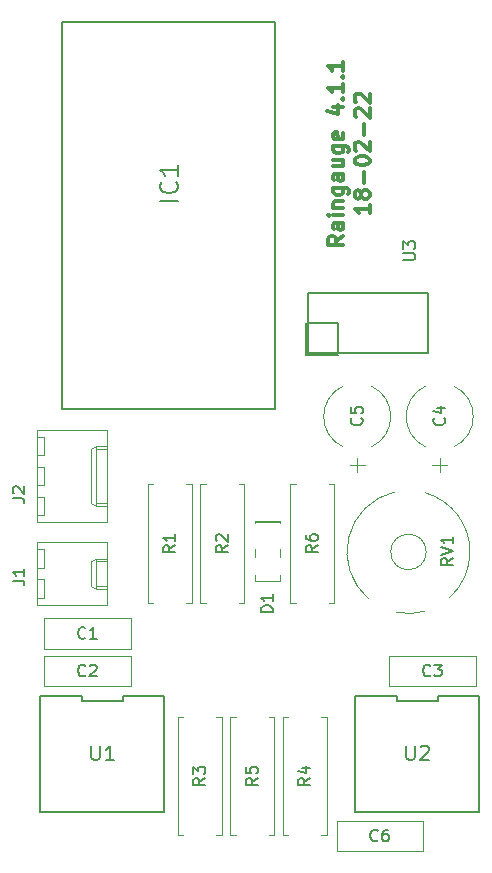
<source format=gbr>
G04 #@! TF.FileFunction,Legend,Top*
%FSLAX46Y46*%
G04 Gerber Fmt 4.6, Leading zero omitted, Abs format (unit mm)*
G04 Created by KiCad (PCBNEW 4.0.7) date Thursday, 03 May 2018 'AMt' 11:39:49*
%MOMM*%
%LPD*%
G01*
G04 APERTURE LIST*
%ADD10C,0.100000*%
%ADD11C,0.300000*%
%ADD12C,0.120000*%
%ADD13C,0.150000*%
%ADD14C,0.160000*%
G04 APERTURE END LIST*
D10*
D11*
X132178095Y-92689284D02*
X131559048Y-93122617D01*
X132178095Y-93432141D02*
X130878095Y-93432141D01*
X130878095Y-92936903D01*
X130940000Y-92813094D01*
X131001905Y-92751189D01*
X131125714Y-92689284D01*
X131311429Y-92689284D01*
X131435238Y-92751189D01*
X131497143Y-92813094D01*
X131559048Y-92936903D01*
X131559048Y-93432141D01*
X132178095Y-91574998D02*
X131497143Y-91574998D01*
X131373333Y-91636903D01*
X131311429Y-91760713D01*
X131311429Y-92008332D01*
X131373333Y-92132141D01*
X132116190Y-91574998D02*
X132178095Y-91698808D01*
X132178095Y-92008332D01*
X132116190Y-92132141D01*
X131992381Y-92194046D01*
X131868571Y-92194046D01*
X131744762Y-92132141D01*
X131682857Y-92008332D01*
X131682857Y-91698808D01*
X131620952Y-91574998D01*
X132178095Y-90955951D02*
X131311429Y-90955951D01*
X130878095Y-90955951D02*
X130940000Y-91017856D01*
X131001905Y-90955951D01*
X130940000Y-90894046D01*
X130878095Y-90955951D01*
X131001905Y-90955951D01*
X131311429Y-90336903D02*
X132178095Y-90336903D01*
X131435238Y-90336903D02*
X131373333Y-90274998D01*
X131311429Y-90151189D01*
X131311429Y-89965475D01*
X131373333Y-89841665D01*
X131497143Y-89779760D01*
X132178095Y-89779760D01*
X131311429Y-88603570D02*
X132363810Y-88603570D01*
X132487619Y-88665475D01*
X132549524Y-88727380D01*
X132611429Y-88851189D01*
X132611429Y-89036904D01*
X132549524Y-89160713D01*
X132116190Y-88603570D02*
X132178095Y-88727380D01*
X132178095Y-88974999D01*
X132116190Y-89098808D01*
X132054286Y-89160713D01*
X131930476Y-89222618D01*
X131559048Y-89222618D01*
X131435238Y-89160713D01*
X131373333Y-89098808D01*
X131311429Y-88974999D01*
X131311429Y-88727380D01*
X131373333Y-88603570D01*
X132178095Y-87427380D02*
X131497143Y-87427380D01*
X131373333Y-87489285D01*
X131311429Y-87613095D01*
X131311429Y-87860714D01*
X131373333Y-87984523D01*
X132116190Y-87427380D02*
X132178095Y-87551190D01*
X132178095Y-87860714D01*
X132116190Y-87984523D01*
X131992381Y-88046428D01*
X131868571Y-88046428D01*
X131744762Y-87984523D01*
X131682857Y-87860714D01*
X131682857Y-87551190D01*
X131620952Y-87427380D01*
X131311429Y-86251190D02*
X132178095Y-86251190D01*
X131311429Y-86808333D02*
X131992381Y-86808333D01*
X132116190Y-86746428D01*
X132178095Y-86622619D01*
X132178095Y-86436905D01*
X132116190Y-86313095D01*
X132054286Y-86251190D01*
X131311429Y-85075000D02*
X132363810Y-85075000D01*
X132487619Y-85136905D01*
X132549524Y-85198810D01*
X132611429Y-85322619D01*
X132611429Y-85508334D01*
X132549524Y-85632143D01*
X132116190Y-85075000D02*
X132178095Y-85198810D01*
X132178095Y-85446429D01*
X132116190Y-85570238D01*
X132054286Y-85632143D01*
X131930476Y-85694048D01*
X131559048Y-85694048D01*
X131435238Y-85632143D01*
X131373333Y-85570238D01*
X131311429Y-85446429D01*
X131311429Y-85198810D01*
X131373333Y-85075000D01*
X132116190Y-83960715D02*
X132178095Y-84084525D01*
X132178095Y-84332144D01*
X132116190Y-84455953D01*
X131992381Y-84517858D01*
X131497143Y-84517858D01*
X131373333Y-84455953D01*
X131311429Y-84332144D01*
X131311429Y-84084525D01*
X131373333Y-83960715D01*
X131497143Y-83898810D01*
X131620952Y-83898810D01*
X131744762Y-84517858D01*
X131311429Y-81794048D02*
X132178095Y-81794048D01*
X130816190Y-82103572D02*
X131744762Y-82413096D01*
X131744762Y-81608334D01*
X132054286Y-81113096D02*
X132116190Y-81051191D01*
X132178095Y-81113096D01*
X132116190Y-81175001D01*
X132054286Y-81113096D01*
X132178095Y-81113096D01*
X132178095Y-79813096D02*
X132178095Y-80555953D01*
X132178095Y-80184524D02*
X130878095Y-80184524D01*
X131063810Y-80308334D01*
X131187619Y-80432143D01*
X131249524Y-80555953D01*
X132054286Y-79255953D02*
X132116190Y-79194048D01*
X132178095Y-79255953D01*
X132116190Y-79317858D01*
X132054286Y-79255953D01*
X132178095Y-79255953D01*
X132178095Y-77955953D02*
X132178095Y-78698810D01*
X132178095Y-78327381D02*
X130878095Y-78327381D01*
X131063810Y-78451191D01*
X131187619Y-78575000D01*
X131249524Y-78698810D01*
X134428095Y-90058333D02*
X134428095Y-90801190D01*
X134428095Y-90429761D02*
X133128095Y-90429761D01*
X133313810Y-90553571D01*
X133437619Y-90677380D01*
X133499524Y-90801190D01*
X133685238Y-89315476D02*
X133623333Y-89439285D01*
X133561429Y-89501190D01*
X133437619Y-89563095D01*
X133375714Y-89563095D01*
X133251905Y-89501190D01*
X133190000Y-89439285D01*
X133128095Y-89315476D01*
X133128095Y-89067857D01*
X133190000Y-88944047D01*
X133251905Y-88882143D01*
X133375714Y-88820238D01*
X133437619Y-88820238D01*
X133561429Y-88882143D01*
X133623333Y-88944047D01*
X133685238Y-89067857D01*
X133685238Y-89315476D01*
X133747143Y-89439285D01*
X133809048Y-89501190D01*
X133932857Y-89563095D01*
X134180476Y-89563095D01*
X134304286Y-89501190D01*
X134366190Y-89439285D01*
X134428095Y-89315476D01*
X134428095Y-89067857D01*
X134366190Y-88944047D01*
X134304286Y-88882143D01*
X134180476Y-88820238D01*
X133932857Y-88820238D01*
X133809048Y-88882143D01*
X133747143Y-88944047D01*
X133685238Y-89067857D01*
X133932857Y-88263095D02*
X133932857Y-87272619D01*
X133128095Y-86405952D02*
X133128095Y-86282143D01*
X133190000Y-86158333D01*
X133251905Y-86096428D01*
X133375714Y-86034524D01*
X133623333Y-85972619D01*
X133932857Y-85972619D01*
X134180476Y-86034524D01*
X134304286Y-86096428D01*
X134366190Y-86158333D01*
X134428095Y-86282143D01*
X134428095Y-86405952D01*
X134366190Y-86529762D01*
X134304286Y-86591666D01*
X134180476Y-86653571D01*
X133932857Y-86715476D01*
X133623333Y-86715476D01*
X133375714Y-86653571D01*
X133251905Y-86591666D01*
X133190000Y-86529762D01*
X133128095Y-86405952D01*
X133251905Y-85477381D02*
X133190000Y-85415476D01*
X133128095Y-85291667D01*
X133128095Y-84982143D01*
X133190000Y-84858333D01*
X133251905Y-84796429D01*
X133375714Y-84734524D01*
X133499524Y-84734524D01*
X133685238Y-84796429D01*
X134428095Y-85539286D01*
X134428095Y-84734524D01*
X133932857Y-84177381D02*
X133932857Y-83186905D01*
X133251905Y-82629762D02*
X133190000Y-82567857D01*
X133128095Y-82444048D01*
X133128095Y-82134524D01*
X133190000Y-82010714D01*
X133251905Y-81948810D01*
X133375714Y-81886905D01*
X133499524Y-81886905D01*
X133685238Y-81948810D01*
X134428095Y-82691667D01*
X134428095Y-81886905D01*
X133251905Y-81391667D02*
X133190000Y-81329762D01*
X133128095Y-81205953D01*
X133128095Y-80896429D01*
X133190000Y-80772619D01*
X133251905Y-80710715D01*
X133375714Y-80648810D01*
X133499524Y-80648810D01*
X133685238Y-80710715D01*
X134428095Y-81453572D01*
X134428095Y-80648810D01*
D12*
X114190000Y-127675000D02*
X106870000Y-127675000D01*
X114190000Y-125055000D02*
X106870000Y-125055000D01*
X114190000Y-127675000D02*
X114190000Y-125055000D01*
X106870000Y-127675000D02*
X106870000Y-125055000D01*
X114190000Y-130850000D02*
X106870000Y-130850000D01*
X114190000Y-128230000D02*
X106870000Y-128230000D01*
X114190000Y-130850000D02*
X114190000Y-128230000D01*
X106870000Y-130850000D02*
X106870000Y-128230000D01*
X143400000Y-130850000D02*
X136080000Y-130850000D01*
X143400000Y-128230000D02*
X136080000Y-128230000D01*
X143400000Y-130850000D02*
X143400000Y-128230000D01*
X136080000Y-130850000D02*
X136080000Y-128230000D01*
X139155033Y-105406731D02*
G75*
G03X139155000Y-110573254I1179967J-2583269D01*
G01*
X141514967Y-105406731D02*
G75*
G02X141515000Y-110573254I-1179967J-2583269D01*
G01*
X140335000Y-112690000D02*
X140335000Y-111490000D01*
X139685000Y-112090000D02*
X140985000Y-112090000D01*
X132170033Y-105406731D02*
G75*
G03X132170000Y-110573254I1179967J-2583269D01*
G01*
X134529967Y-105406731D02*
G75*
G02X134530000Y-110573254I-1179967J-2583269D01*
G01*
X133350000Y-112690000D02*
X133350000Y-111490000D01*
X132700000Y-112090000D02*
X134000000Y-112090000D01*
X138955000Y-144820000D02*
X131635000Y-144820000D01*
X138955000Y-142200000D02*
X131635000Y-142200000D01*
X138955000Y-144820000D02*
X138955000Y-142200000D01*
X131635000Y-144820000D02*
X131635000Y-142200000D01*
X126790000Y-116820000D02*
X126790000Y-117030000D01*
X126790000Y-119190000D02*
X126790000Y-119921000D01*
X126790000Y-121380000D02*
X126790000Y-121940000D01*
X124670000Y-116820000D02*
X124670000Y-117030000D01*
X124670000Y-119190000D02*
X124670000Y-119921000D01*
X124670000Y-121380000D02*
X124670000Y-121940000D01*
X126790000Y-116820000D02*
X124670000Y-116820000D01*
X126790000Y-121940000D02*
X124670000Y-121940000D01*
X126790000Y-116940000D02*
X124670000Y-116940000D01*
X118855000Y-113735000D02*
X119335000Y-113735000D01*
X119335000Y-113735000D02*
X119335000Y-123755000D01*
X119335000Y-123755000D02*
X118855000Y-123755000D01*
X116095000Y-113735000D02*
X115615000Y-113735000D01*
X115615000Y-113735000D02*
X115615000Y-123755000D01*
X115615000Y-123755000D02*
X116095000Y-123755000D01*
X123300000Y-113735000D02*
X123780000Y-113735000D01*
X123780000Y-113735000D02*
X123780000Y-123755000D01*
X123780000Y-123755000D02*
X123300000Y-123755000D01*
X120540000Y-113735000D02*
X120060000Y-113735000D01*
X120060000Y-113735000D02*
X120060000Y-123755000D01*
X120060000Y-123755000D02*
X120540000Y-123755000D01*
X118635000Y-143440000D02*
X118155000Y-143440000D01*
X118155000Y-143440000D02*
X118155000Y-133420000D01*
X118155000Y-133420000D02*
X118635000Y-133420000D01*
X121395000Y-143440000D02*
X121875000Y-143440000D01*
X121875000Y-143440000D02*
X121875000Y-133420000D01*
X121875000Y-133420000D02*
X121395000Y-133420000D01*
X130285000Y-133420000D02*
X130765000Y-133420000D01*
X130765000Y-133420000D02*
X130765000Y-143440000D01*
X130765000Y-143440000D02*
X130285000Y-143440000D01*
X127525000Y-133420000D02*
X127045000Y-133420000D01*
X127045000Y-133420000D02*
X127045000Y-143440000D01*
X127045000Y-143440000D02*
X127525000Y-143440000D01*
X123080000Y-143440000D02*
X122600000Y-143440000D01*
X122600000Y-143440000D02*
X122600000Y-133420000D01*
X122600000Y-133420000D02*
X123080000Y-133420000D01*
X125840000Y-143440000D02*
X126320000Y-143440000D01*
X126320000Y-143440000D02*
X126320000Y-133420000D01*
X126320000Y-133420000D02*
X125840000Y-133420000D01*
X130920000Y-113735000D02*
X131400000Y-113735000D01*
X131400000Y-113735000D02*
X131400000Y-123755000D01*
X131400000Y-123755000D02*
X130920000Y-123755000D01*
X128160000Y-113735000D02*
X127680000Y-113735000D01*
X127680000Y-113735000D02*
X127680000Y-123755000D01*
X127680000Y-123755000D02*
X128160000Y-123755000D01*
X139121071Y-114451827D02*
G75*
G02X142895000Y-119460000I-1436071J-5008173D01*
G01*
X134335053Y-123450617D02*
G75*
G02X136514000Y-114383000I3349947J3990617D01*
G01*
X139033867Y-124493072D02*
G75*
G02X136691000Y-124575000I-1348867J5033072D01*
G01*
X142894257Y-119369343D02*
G75*
G02X141171000Y-123332000I-5209257J-90657D01*
G01*
X139185000Y-119460000D02*
G75*
G03X139185000Y-119460000I-1500000J0D01*
G01*
D13*
X106500000Y-131615000D02*
X106500000Y-141435000D01*
X106500000Y-141435000D02*
X117020000Y-141435000D01*
X117020000Y-141435000D02*
X117020000Y-131615000D01*
X117020000Y-131615000D02*
X113513333Y-131615000D01*
X113513333Y-131615000D02*
X113513333Y-132065000D01*
X113513333Y-132065000D02*
X110006667Y-132065000D01*
X110006667Y-132065000D02*
X110006667Y-131615000D01*
X110006667Y-131615000D02*
X106500000Y-131615000D01*
X133170000Y-131615000D02*
X133170000Y-141435000D01*
X133170000Y-141435000D02*
X143690000Y-141435000D01*
X143690000Y-141435000D02*
X143690000Y-131615000D01*
X143690000Y-131615000D02*
X140183333Y-131615000D01*
X140183333Y-131615000D02*
X140183333Y-132065000D01*
X140183333Y-132065000D02*
X136676667Y-132065000D01*
X136676667Y-132065000D02*
X136676667Y-131615000D01*
X136676667Y-131615000D02*
X133170000Y-131615000D01*
X131699000Y-102743000D02*
X129032000Y-102743000D01*
X129032000Y-102743000D02*
X129032000Y-100076000D01*
X136779000Y-102616000D02*
X139319000Y-102616000D01*
X139319000Y-102616000D02*
X139319000Y-100076000D01*
X131699000Y-102616000D02*
X131699000Y-100076000D01*
X131699000Y-100076000D02*
X129159000Y-100076000D01*
X136779000Y-102616000D02*
X129159000Y-102616000D01*
X129159000Y-102616000D02*
X129159000Y-97536000D01*
X129159000Y-97536000D02*
X139319000Y-97536000D01*
X139319000Y-97536000D02*
X139319000Y-100076000D01*
X108331000Y-107315000D02*
X126365000Y-107315000D01*
X126365000Y-74549000D02*
X108331000Y-74549000D01*
X108331000Y-107315000D02*
X108331000Y-74549000D01*
X126365000Y-74549000D02*
X126365000Y-107315000D01*
D12*
X106200000Y-116940000D02*
X112200000Y-116940000D01*
X112200000Y-116940000D02*
X112200000Y-109120000D01*
X112200000Y-109120000D02*
X106200000Y-109120000D01*
X106200000Y-109120000D02*
X106200000Y-116940000D01*
X112200000Y-115570000D02*
X111200000Y-115570000D01*
X111200000Y-115570000D02*
X111200000Y-110490000D01*
X111200000Y-110490000D02*
X112200000Y-110490000D01*
X111200000Y-115570000D02*
X110770000Y-115320000D01*
X110770000Y-115320000D02*
X110770000Y-110740000D01*
X110770000Y-110740000D02*
X111200000Y-110490000D01*
X112200000Y-115320000D02*
X111200000Y-115320000D01*
X112200000Y-110740000D02*
X111200000Y-110740000D01*
X106200000Y-116370000D02*
X106820000Y-116370000D01*
X106820000Y-116370000D02*
X106820000Y-114770000D01*
X106820000Y-114770000D02*
X106200000Y-114770000D01*
X106200000Y-113830000D02*
X106820000Y-113830000D01*
X106820000Y-113830000D02*
X106820000Y-112230000D01*
X106820000Y-112230000D02*
X106200000Y-112230000D01*
X106200000Y-111290000D02*
X106820000Y-111290000D01*
X106820000Y-111290000D02*
X106820000Y-109690000D01*
X106820000Y-109690000D02*
X106200000Y-109690000D01*
X106200000Y-123925000D02*
X112200000Y-123925000D01*
X112200000Y-123925000D02*
X112200000Y-118645000D01*
X112200000Y-118645000D02*
X106200000Y-118645000D01*
X106200000Y-118645000D02*
X106200000Y-123925000D01*
X112200000Y-122555000D02*
X111200000Y-122555000D01*
X111200000Y-122555000D02*
X111200000Y-120015000D01*
X111200000Y-120015000D02*
X112200000Y-120015000D01*
X111200000Y-122555000D02*
X110770000Y-122305000D01*
X110770000Y-122305000D02*
X110770000Y-120265000D01*
X110770000Y-120265000D02*
X111200000Y-120015000D01*
X112200000Y-122305000D02*
X111200000Y-122305000D01*
X112200000Y-120265000D02*
X111200000Y-120265000D01*
X106200000Y-123355000D02*
X106820000Y-123355000D01*
X106820000Y-123355000D02*
X106820000Y-121755000D01*
X106820000Y-121755000D02*
X106200000Y-121755000D01*
X106200000Y-120815000D02*
X106820000Y-120815000D01*
X106820000Y-120815000D02*
X106820000Y-119215000D01*
X106820000Y-119215000D02*
X106200000Y-119215000D01*
D13*
X110323334Y-126722143D02*
X110275715Y-126769762D01*
X110132858Y-126817381D01*
X110037620Y-126817381D01*
X109894762Y-126769762D01*
X109799524Y-126674524D01*
X109751905Y-126579286D01*
X109704286Y-126388810D01*
X109704286Y-126245952D01*
X109751905Y-126055476D01*
X109799524Y-125960238D01*
X109894762Y-125865000D01*
X110037620Y-125817381D01*
X110132858Y-125817381D01*
X110275715Y-125865000D01*
X110323334Y-125912619D01*
X111275715Y-126817381D02*
X110704286Y-126817381D01*
X110990000Y-126817381D02*
X110990000Y-125817381D01*
X110894762Y-125960238D01*
X110799524Y-126055476D01*
X110704286Y-126103095D01*
X110323334Y-129897143D02*
X110275715Y-129944762D01*
X110132858Y-129992381D01*
X110037620Y-129992381D01*
X109894762Y-129944762D01*
X109799524Y-129849524D01*
X109751905Y-129754286D01*
X109704286Y-129563810D01*
X109704286Y-129420952D01*
X109751905Y-129230476D01*
X109799524Y-129135238D01*
X109894762Y-129040000D01*
X110037620Y-128992381D01*
X110132858Y-128992381D01*
X110275715Y-129040000D01*
X110323334Y-129087619D01*
X110704286Y-129087619D02*
X110751905Y-129040000D01*
X110847143Y-128992381D01*
X111085239Y-128992381D01*
X111180477Y-129040000D01*
X111228096Y-129087619D01*
X111275715Y-129182857D01*
X111275715Y-129278095D01*
X111228096Y-129420952D01*
X110656667Y-129992381D01*
X111275715Y-129992381D01*
X139533334Y-129897143D02*
X139485715Y-129944762D01*
X139342858Y-129992381D01*
X139247620Y-129992381D01*
X139104762Y-129944762D01*
X139009524Y-129849524D01*
X138961905Y-129754286D01*
X138914286Y-129563810D01*
X138914286Y-129420952D01*
X138961905Y-129230476D01*
X139009524Y-129135238D01*
X139104762Y-129040000D01*
X139247620Y-128992381D01*
X139342858Y-128992381D01*
X139485715Y-129040000D01*
X139533334Y-129087619D01*
X139866667Y-128992381D02*
X140485715Y-128992381D01*
X140152381Y-129373333D01*
X140295239Y-129373333D01*
X140390477Y-129420952D01*
X140438096Y-129468571D01*
X140485715Y-129563810D01*
X140485715Y-129801905D01*
X140438096Y-129897143D01*
X140390477Y-129944762D01*
X140295239Y-129992381D01*
X140009524Y-129992381D01*
X139914286Y-129944762D01*
X139866667Y-129897143D01*
X140692143Y-108116666D02*
X140739762Y-108164285D01*
X140787381Y-108307142D01*
X140787381Y-108402380D01*
X140739762Y-108545238D01*
X140644524Y-108640476D01*
X140549286Y-108688095D01*
X140358810Y-108735714D01*
X140215952Y-108735714D01*
X140025476Y-108688095D01*
X139930238Y-108640476D01*
X139835000Y-108545238D01*
X139787381Y-108402380D01*
X139787381Y-108307142D01*
X139835000Y-108164285D01*
X139882619Y-108116666D01*
X140120714Y-107259523D02*
X140787381Y-107259523D01*
X139739762Y-107497619D02*
X140454048Y-107735714D01*
X140454048Y-107116666D01*
X133707143Y-108116666D02*
X133754762Y-108164285D01*
X133802381Y-108307142D01*
X133802381Y-108402380D01*
X133754762Y-108545238D01*
X133659524Y-108640476D01*
X133564286Y-108688095D01*
X133373810Y-108735714D01*
X133230952Y-108735714D01*
X133040476Y-108688095D01*
X132945238Y-108640476D01*
X132850000Y-108545238D01*
X132802381Y-108402380D01*
X132802381Y-108307142D01*
X132850000Y-108164285D01*
X132897619Y-108116666D01*
X132802381Y-107211904D02*
X132802381Y-107688095D01*
X133278571Y-107735714D01*
X133230952Y-107688095D01*
X133183333Y-107592857D01*
X133183333Y-107354761D01*
X133230952Y-107259523D01*
X133278571Y-107211904D01*
X133373810Y-107164285D01*
X133611905Y-107164285D01*
X133707143Y-107211904D01*
X133754762Y-107259523D01*
X133802381Y-107354761D01*
X133802381Y-107592857D01*
X133754762Y-107688095D01*
X133707143Y-107735714D01*
X135088334Y-143867143D02*
X135040715Y-143914762D01*
X134897858Y-143962381D01*
X134802620Y-143962381D01*
X134659762Y-143914762D01*
X134564524Y-143819524D01*
X134516905Y-143724286D01*
X134469286Y-143533810D01*
X134469286Y-143390952D01*
X134516905Y-143200476D01*
X134564524Y-143105238D01*
X134659762Y-143010000D01*
X134802620Y-142962381D01*
X134897858Y-142962381D01*
X135040715Y-143010000D01*
X135088334Y-143057619D01*
X135945477Y-142962381D02*
X135755000Y-142962381D01*
X135659762Y-143010000D01*
X135612143Y-143057619D01*
X135516905Y-143200476D01*
X135469286Y-143390952D01*
X135469286Y-143771905D01*
X135516905Y-143867143D01*
X135564524Y-143914762D01*
X135659762Y-143962381D01*
X135850239Y-143962381D01*
X135945477Y-143914762D01*
X135993096Y-143867143D01*
X136040715Y-143771905D01*
X136040715Y-143533810D01*
X135993096Y-143438571D01*
X135945477Y-143390952D01*
X135850239Y-143343333D01*
X135659762Y-143343333D01*
X135564524Y-143390952D01*
X135516905Y-143438571D01*
X135469286Y-143533810D01*
X126182381Y-124563095D02*
X125182381Y-124563095D01*
X125182381Y-124325000D01*
X125230000Y-124182142D01*
X125325238Y-124086904D01*
X125420476Y-124039285D01*
X125610952Y-123991666D01*
X125753810Y-123991666D01*
X125944286Y-124039285D01*
X126039524Y-124086904D01*
X126134762Y-124182142D01*
X126182381Y-124325000D01*
X126182381Y-124563095D01*
X126182381Y-123039285D02*
X126182381Y-123610714D01*
X126182381Y-123325000D02*
X125182381Y-123325000D01*
X125325238Y-123420238D01*
X125420476Y-123515476D01*
X125468095Y-123610714D01*
X117927381Y-118911666D02*
X117451190Y-119245000D01*
X117927381Y-119483095D02*
X116927381Y-119483095D01*
X116927381Y-119102142D01*
X116975000Y-119006904D01*
X117022619Y-118959285D01*
X117117857Y-118911666D01*
X117260714Y-118911666D01*
X117355952Y-118959285D01*
X117403571Y-119006904D01*
X117451190Y-119102142D01*
X117451190Y-119483095D01*
X117927381Y-117959285D02*
X117927381Y-118530714D01*
X117927381Y-118245000D02*
X116927381Y-118245000D01*
X117070238Y-118340238D01*
X117165476Y-118435476D01*
X117213095Y-118530714D01*
X122372381Y-118911666D02*
X121896190Y-119245000D01*
X122372381Y-119483095D02*
X121372381Y-119483095D01*
X121372381Y-119102142D01*
X121420000Y-119006904D01*
X121467619Y-118959285D01*
X121562857Y-118911666D01*
X121705714Y-118911666D01*
X121800952Y-118959285D01*
X121848571Y-119006904D01*
X121896190Y-119102142D01*
X121896190Y-119483095D01*
X121467619Y-118530714D02*
X121420000Y-118483095D01*
X121372381Y-118387857D01*
X121372381Y-118149761D01*
X121420000Y-118054523D01*
X121467619Y-118006904D01*
X121562857Y-117959285D01*
X121658095Y-117959285D01*
X121800952Y-118006904D01*
X122372381Y-118578333D01*
X122372381Y-117959285D01*
X120467381Y-138596666D02*
X119991190Y-138930000D01*
X120467381Y-139168095D02*
X119467381Y-139168095D01*
X119467381Y-138787142D01*
X119515000Y-138691904D01*
X119562619Y-138644285D01*
X119657857Y-138596666D01*
X119800714Y-138596666D01*
X119895952Y-138644285D01*
X119943571Y-138691904D01*
X119991190Y-138787142D01*
X119991190Y-139168095D01*
X119467381Y-138263333D02*
X119467381Y-137644285D01*
X119848333Y-137977619D01*
X119848333Y-137834761D01*
X119895952Y-137739523D01*
X119943571Y-137691904D01*
X120038810Y-137644285D01*
X120276905Y-137644285D01*
X120372143Y-137691904D01*
X120419762Y-137739523D01*
X120467381Y-137834761D01*
X120467381Y-138120476D01*
X120419762Y-138215714D01*
X120372143Y-138263333D01*
X129357381Y-138596666D02*
X128881190Y-138930000D01*
X129357381Y-139168095D02*
X128357381Y-139168095D01*
X128357381Y-138787142D01*
X128405000Y-138691904D01*
X128452619Y-138644285D01*
X128547857Y-138596666D01*
X128690714Y-138596666D01*
X128785952Y-138644285D01*
X128833571Y-138691904D01*
X128881190Y-138787142D01*
X128881190Y-139168095D01*
X128690714Y-137739523D02*
X129357381Y-137739523D01*
X128309762Y-137977619D02*
X129024048Y-138215714D01*
X129024048Y-137596666D01*
X124912381Y-138596666D02*
X124436190Y-138930000D01*
X124912381Y-139168095D02*
X123912381Y-139168095D01*
X123912381Y-138787142D01*
X123960000Y-138691904D01*
X124007619Y-138644285D01*
X124102857Y-138596666D01*
X124245714Y-138596666D01*
X124340952Y-138644285D01*
X124388571Y-138691904D01*
X124436190Y-138787142D01*
X124436190Y-139168095D01*
X123912381Y-137691904D02*
X123912381Y-138168095D01*
X124388571Y-138215714D01*
X124340952Y-138168095D01*
X124293333Y-138072857D01*
X124293333Y-137834761D01*
X124340952Y-137739523D01*
X124388571Y-137691904D01*
X124483810Y-137644285D01*
X124721905Y-137644285D01*
X124817143Y-137691904D01*
X124864762Y-137739523D01*
X124912381Y-137834761D01*
X124912381Y-138072857D01*
X124864762Y-138168095D01*
X124817143Y-138215714D01*
X129992381Y-118911666D02*
X129516190Y-119245000D01*
X129992381Y-119483095D02*
X128992381Y-119483095D01*
X128992381Y-119102142D01*
X129040000Y-119006904D01*
X129087619Y-118959285D01*
X129182857Y-118911666D01*
X129325714Y-118911666D01*
X129420952Y-118959285D01*
X129468571Y-119006904D01*
X129516190Y-119102142D01*
X129516190Y-119483095D01*
X128992381Y-118054523D02*
X128992381Y-118245000D01*
X129040000Y-118340238D01*
X129087619Y-118387857D01*
X129230476Y-118483095D01*
X129420952Y-118530714D01*
X129801905Y-118530714D01*
X129897143Y-118483095D01*
X129944762Y-118435476D01*
X129992381Y-118340238D01*
X129992381Y-118149761D01*
X129944762Y-118054523D01*
X129897143Y-118006904D01*
X129801905Y-117959285D01*
X129563810Y-117959285D01*
X129468571Y-118006904D01*
X129420952Y-118054523D01*
X129373333Y-118149761D01*
X129373333Y-118340238D01*
X129420952Y-118435476D01*
X129468571Y-118483095D01*
X129563810Y-118530714D01*
X141422381Y-119975238D02*
X140946190Y-120308572D01*
X141422381Y-120546667D02*
X140422381Y-120546667D01*
X140422381Y-120165714D01*
X140470000Y-120070476D01*
X140517619Y-120022857D01*
X140612857Y-119975238D01*
X140755714Y-119975238D01*
X140850952Y-120022857D01*
X140898571Y-120070476D01*
X140946190Y-120165714D01*
X140946190Y-120546667D01*
X140422381Y-119689524D02*
X141422381Y-119356191D01*
X140422381Y-119022857D01*
X141422381Y-118165714D02*
X141422381Y-118737143D01*
X141422381Y-118451429D02*
X140422381Y-118451429D01*
X140565238Y-118546667D01*
X140660476Y-118641905D01*
X140708095Y-118737143D01*
X110845714Y-135867857D02*
X110845714Y-136839286D01*
X110902857Y-136953571D01*
X110960000Y-137010714D01*
X111074286Y-137067857D01*
X111302857Y-137067857D01*
X111417143Y-137010714D01*
X111474286Y-136953571D01*
X111531429Y-136839286D01*
X111531429Y-135867857D01*
X112731429Y-137067857D02*
X112045714Y-137067857D01*
X112388572Y-137067857D02*
X112388572Y-135867857D01*
X112274286Y-136039286D01*
X112160000Y-136153571D01*
X112045714Y-136210714D01*
X137515714Y-135867857D02*
X137515714Y-136839286D01*
X137572857Y-136953571D01*
X137630000Y-137010714D01*
X137744286Y-137067857D01*
X137972857Y-137067857D01*
X138087143Y-137010714D01*
X138144286Y-136953571D01*
X138201429Y-136839286D01*
X138201429Y-135867857D01*
X138715714Y-135982143D02*
X138772857Y-135925000D01*
X138887143Y-135867857D01*
X139172857Y-135867857D01*
X139287143Y-135925000D01*
X139344286Y-135982143D01*
X139401429Y-136096429D01*
X139401429Y-136210714D01*
X139344286Y-136382143D01*
X138658572Y-137067857D01*
X139401429Y-137067857D01*
D14*
X137247381Y-94741905D02*
X138056905Y-94741905D01*
X138152143Y-94694286D01*
X138199762Y-94646667D01*
X138247381Y-94551429D01*
X138247381Y-94360952D01*
X138199762Y-94265714D01*
X138152143Y-94218095D01*
X138056905Y-94170476D01*
X137247381Y-94170476D01*
X137247381Y-93789524D02*
X137247381Y-93170476D01*
X137628333Y-93503810D01*
X137628333Y-93360952D01*
X137675952Y-93265714D01*
X137723571Y-93218095D01*
X137818810Y-93170476D01*
X138056905Y-93170476D01*
X138152143Y-93218095D01*
X138199762Y-93265714D01*
X138247381Y-93360952D01*
X138247381Y-93646667D01*
X138199762Y-93741905D01*
X138152143Y-93789524D01*
X118153571Y-89729285D02*
X116653571Y-89729285D01*
X118010714Y-88157856D02*
X118082143Y-88229285D01*
X118153571Y-88443571D01*
X118153571Y-88586428D01*
X118082143Y-88800713D01*
X117939286Y-88943571D01*
X117796429Y-89014999D01*
X117510714Y-89086428D01*
X117296429Y-89086428D01*
X117010714Y-89014999D01*
X116867857Y-88943571D01*
X116725000Y-88800713D01*
X116653571Y-88586428D01*
X116653571Y-88443571D01*
X116725000Y-88229285D01*
X116796429Y-88157856D01*
X118153571Y-86729285D02*
X118153571Y-87586428D01*
X118153571Y-87157856D02*
X116653571Y-87157856D01*
X116867857Y-87300713D01*
X117010714Y-87443571D01*
X117082143Y-87586428D01*
D13*
X104172381Y-114903333D02*
X104886667Y-114903333D01*
X105029524Y-114950953D01*
X105124762Y-115046191D01*
X105172381Y-115189048D01*
X105172381Y-115284286D01*
X104267619Y-114474762D02*
X104220000Y-114427143D01*
X104172381Y-114331905D01*
X104172381Y-114093809D01*
X104220000Y-113998571D01*
X104267619Y-113950952D01*
X104362857Y-113903333D01*
X104458095Y-113903333D01*
X104600952Y-113950952D01*
X105172381Y-114522381D01*
X105172381Y-113903333D01*
X104172381Y-121888333D02*
X104886667Y-121888333D01*
X105029524Y-121935953D01*
X105124762Y-122031191D01*
X105172381Y-122174048D01*
X105172381Y-122269286D01*
X105172381Y-120888333D02*
X105172381Y-121459762D01*
X105172381Y-121174048D02*
X104172381Y-121174048D01*
X104315238Y-121269286D01*
X104410476Y-121364524D01*
X104458095Y-121459762D01*
M02*

</source>
